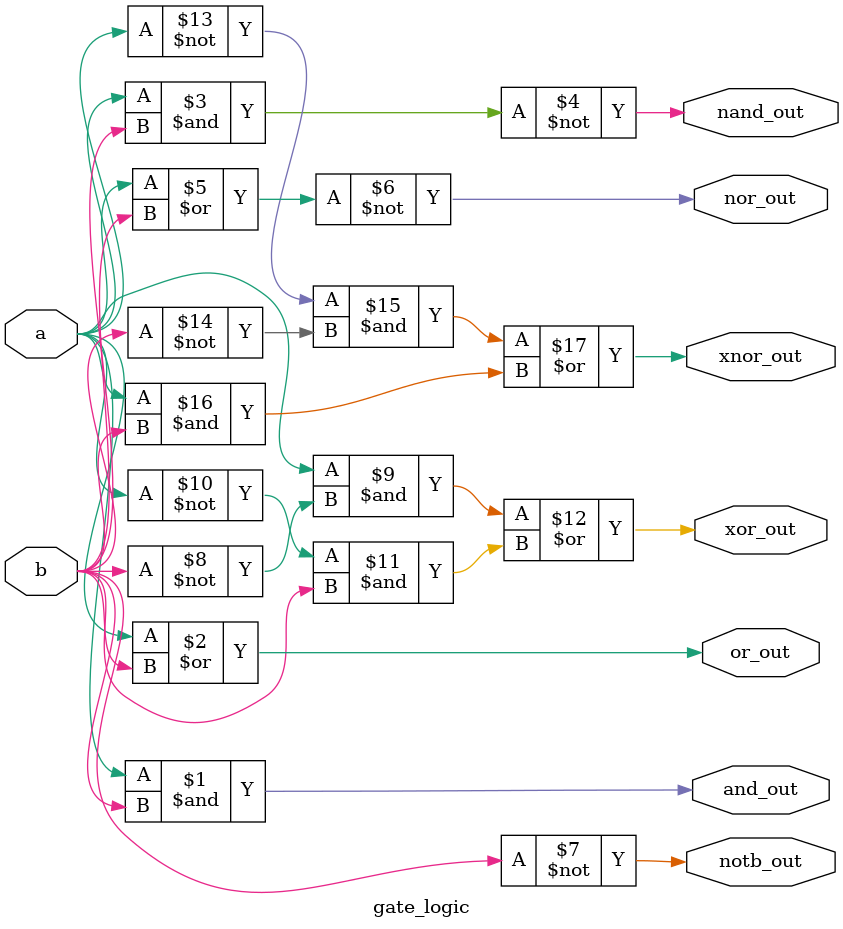
<source format=v>
module gate_logic(
  input a,b,
  output and_out,or_out,nand_out,nor_out,notb_out,xor_out,xnor_out);
  
  //gate level
 /* and a1 (and_out,a,b);
  or o1(or_out,a,b);
  nand n1(nand_out,a,b);
  nor n2(nor_out,a,b);
  not n3(notb_out,b);   //or we can do not of a
  xor x1(xor_out,a,b);
  xnor x2(xnor_out,a,b);*/
  
  //dataflow model
  assign and_out = a & b;
  assign or_out = a | b;
  assign nand_out = ~(a & b);
  assign nor_out = ~(a | b);
  assign notb_out = ~b;
  assign xor_out = (a & ~b) | (~a & b);
  assign xnor_out = (~a & ~b) | (a & b);
  
endmodule
</source>
